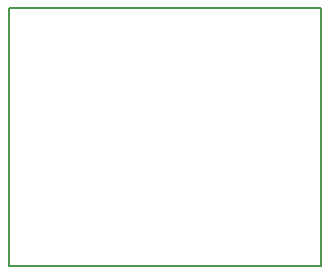
<source format=gbr>
G04 #@! TF.FileFunction,Profile,NP*
%FSLAX46Y46*%
G04 Gerber Fmt 4.6, Leading zero omitted, Abs format (unit mm)*
G04 Created by KiCad (PCBNEW 4.0.2+e4-6225~38~ubuntu14.04.1-stable) date Sun 09 Oct 2016 12:28:54 PM CEST*
%MOMM*%
G01*
G04 APERTURE LIST*
%ADD10C,0.100000*%
%ADD11C,0.150000*%
G04 APERTURE END LIST*
D10*
D11*
X108712000Y-115316000D02*
X108712000Y-93472000D01*
X108966000Y-115316000D02*
X108712000Y-115316000D01*
X135128000Y-115316000D02*
X108966000Y-115316000D01*
X135128000Y-93472000D02*
X135128000Y-115316000D01*
X108712000Y-93472000D02*
X135128000Y-93472000D01*
M02*

</source>
